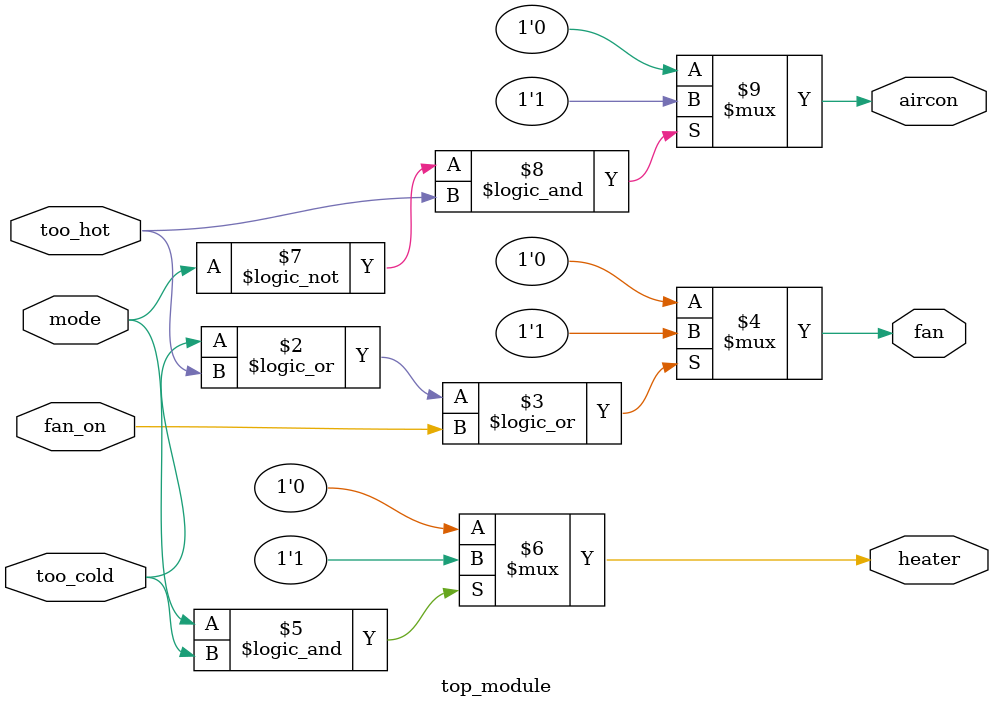
<source format=sv>
module top_module(
    input mode,
    input too_cold, 
    input too_hot,
    input fan_on,
    output reg heater,
    output reg aircon,
    output reg fan
);

always @(*) begin
    // Control the fan
    fan = (too_cold || too_hot || fan_on) ? 1'b1 : 1'b0;

    // Control the heater
    heater = (mode && too_cold) ? 1'b1 : 1'b0;

    // Control the air conditioner
    aircon = (!mode && too_hot) ? 1'b1 : 1'b0;
end

endmodule

</source>
